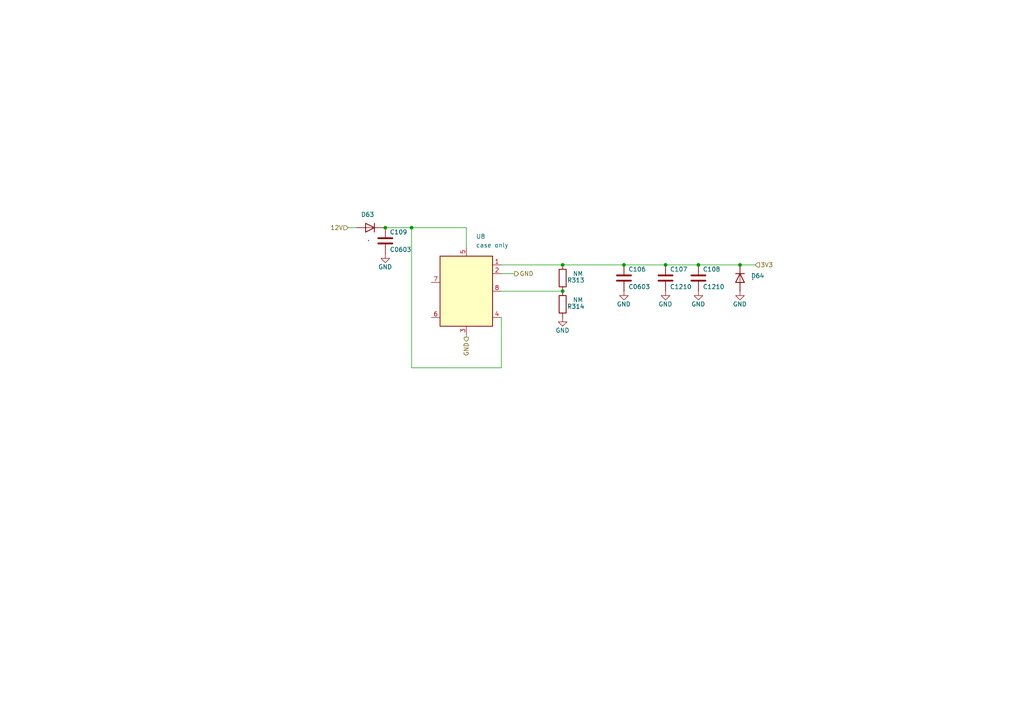
<source format=kicad_sch>
(kicad_sch (version 20211123) (generator eeschema)
  (paper "A4")
  (lib_symbols
    (symbol "Device:C" (pin_numbers hide) (pin_names (offset 0.254))
      (property "Reference" "C" (at 0.635 2.54 0))
      (property "Value" "C" (at 0.635 -2.54 0))
      (symbol "C_0_1"
        (polyline (pts (xy -2.032 -0.762) (xy 2.032 -0.762)) (stroke (width 0.508)))
        (polyline (pts (xy -2.032 0.762) (xy 2.032 0.762)) (stroke (width 0.508)))
      )
      (symbol "C_1_1"
        (pin passive line (at 0 3.81 270) (length 2.794) (name "~") (number "1"))
        (pin passive line (at 0 -3.81 90) (length 2.794) (name "~") (number "2"))
      )
    )
    (symbol "Device:R" (pin_numbers hide) (pin_names (offset 0))
      (property "Reference" "R" (at 2.032 0 90))
      (property "Value" "R" (at 0 0 90))
      (symbol "R_0_1"
        (rectangle (start -1.016 -2.54) (end 1.016 2.54) (stroke (width 0.254)))
      )
      (symbol "R_1_1"
        (pin passive line (at 0 3.81 270) (length 1.27) (name "~") (number "1"))
        (pin passive line (at 0 -3.81 90) (length 1.27) (name "~") (number "2"))
      )
    )
    (symbol "Diode:1N4148W" (pin_numbers hide) (pin_names hide)
      (property "Reference" "D" (at 0 2.54 0))
      (property "Value" "1N4148W" (at 0 -2.54 0))
      (symbol "1N4148W_0_1"
        (polyline (pts (xy -1.27 1.27) (xy -1.27 -1.27)) (stroke (width 0.254)))
        (polyline (pts (xy 1.27 0) (xy -1.27 0)))
        (polyline (pts (xy 1.27 1.27) (xy 1.27 -1.27) (xy -1.27 0) (xy 1.27 1.27)) (stroke (width 0.254)))
      )
      (symbol "1N4148W_1_1"
        (pin passive line (at -3.81 0 0) (length 2.54) (name "K") (number "1"))
        (pin passive line (at 3.81 0 180) (length 2.54) (name "A") (number "2"))
      )
    )
    (symbol "Regulator_Controller:L6727" (pin_names hide)
      (property "Reference" "U" (at -7.62 11.43 0))
      (property "Value" "L6727" (at 1.27 11.43 0))
      (symbol "L6727_0_0"
        (rectangle (start -7.62 10.16) (end 7.62 -10.16) (stroke (width 0.254)) (fill (type background)))
      )
      (symbol "L6727_1_1"
        (pin input line (at 10.16 7.62 180) (length 2.54) (name "BOOT") (number "1"))
        (pin output line (at 10.16 5.08 180) (length 2.54) (name "UGATE") (number "2"))
        (pin power_in line (at 0 -12.7 90) (length 2.54) (name "GND") (number "3"))
        (pin output line (at 10.16 -7.62 180) (length 2.54) (name "LGATE") (number "4"))
        (pin power_in line (at 0 12.7 270) (length 2.54) (name "VCC") (number "5"))
        (pin input line (at -10.16 -7.62 0) (length 2.54) (name "FB") (number "6"))
        (pin input line (at -10.16 2.54 0) (length 2.54) (name "COMP/DIS/OC") (number "7"))
        (pin passive line (at 10.16 0 180) (length 2.54) (name "PHASE") (number "8"))
      )
    )
    (symbol "power:GND" (power) (pin_names (offset 0))
      (property "Value" "GND" (at 0 -3.81 0))
      (symbol "GND_0_1"
        (polyline (pts (xy 0 0) (xy 0 -1.27) (xy 1.27 -1.27) (xy 0 -2.54) (xy -1.27 -1.27) (xy 0 -1.27)))
      )
      (symbol "GND_1_1"
        (pin power_in line (at 0 0 270) (length 0) hide (name "GND") (number "1"))
      )
    )
  )
  (junction (at 193.04 76.835))
  (junction (at 180.975 76.835))
  (junction (at 163.195 76.835))
  (junction (at 111.76 66.04))
  (junction (at 163.195 84.455))
  (junction (at 119.38 66.04))
  (junction (at 214.63 76.835))
  (junction (at 202.565 76.835))
  (wire (pts (xy 145.415 84.455) (xy 163.195 84.455)))
  (wire (pts (xy 145.415 92.075) (xy 145.415 106.68)))
  (wire (pts (xy 119.38 66.04) (xy 135.255 66.04)))
  (wire (pts (xy 163.195 76.835) (xy 145.415 76.835)))
  (wire (pts (xy 219.075 76.835) (xy 214.63 76.835)))
  (wire (pts (xy 119.38 106.68) (xy 119.38 66.04)))
  (wire (pts (xy 202.565 76.835) (xy 193.04 76.835)))
  (wire (pts (xy 145.415 106.68) (xy 119.38 106.68)))
  (wire (pts (xy 135.255 97.79) (xy 135.255 97.155)))
  (wire (pts (xy 180.975 76.835) (xy 163.195 76.835)))
  (wire (pts (xy 214.63 76.835) (xy 202.565 76.835)))
  (wire (pts (xy 193.04 76.835) (xy 180.975 76.835)))
  (wire (pts (xy 100.965 66.04) (xy 103.505 66.04)))
  (wire (pts (xy 135.255 66.04) (xy 135.255 71.755)))
  (wire (pts (xy 111.76 66.04) (xy 119.38 66.04)))
  (wire (pts (xy 111.125 66.04) (xy 111.76 66.04)))
  (wire (pts (xy 149.225 79.375) (xy 145.415 79.375)))
  (hierarchical_label "GND" (shape output) (at 135.255 97.79 270))
  (hierarchical_label "3V3" (shape input) (at 219.075 76.835 0))
  (hierarchical_label "12V" (shape input) (at 100.965 66.04 180))
  (hierarchical_label "GND" (shape output) (at 149.225 79.375 0))
  (symbol (lib_id "Diode:1N4148W") (at 107.315 66.04 180) (unit 1)
    (property "Reference" "D63" (at 108.585 62.23 0) (effects (justify left)))
    (property "Value" "." (at 107.315 69.215 0) (effects (justify left)))
    (property "Footprint" "Diode_SMD:D_SOD-123" (effects hide))
    (property "Datasheet" "https://www.vishay.com/docs/85748/1n4148w.pdf" (effects hide))
  )
  (symbol (lib_id "power:GND") (at 193.04 84.455 0) (mirror y) (unit 1)
    (property "Reference" "#PWR0415" (effects hide))
    (property "Value" "GND" (at 195.033 88.2191 0) (effects (justify left)))
  )
  (symbol (lib_id "Device:C") (at 193.04 80.645 0) (unit 1)
    (property "Reference" "C107" (at 194.31 78.105 0) (effects (justify left)))
    (property "Value" "C1210" (at 194.31 83.185 0) (effects (justify left)))
    (property "Footprint" "Capacitor_SMD:C_1210_3225Metric" (effects hide))
    (property "PageName" "stm32f407_board" (effects hide))
  )
  (symbol (lib_id "Device:C") (at 180.975 80.645 0) (unit 1)
    (property "Reference" "C106" (at 182.245 78.105 0) (effects (justify left)))
    (property "Value" "C0603" (at 182.245 83.185 0) (effects (justify left)))
    (property "Footprint" "Capacitor_SMD:C_0603_1608Metric" (effects hide))
    (property "PageName" "stm32f407_board" (effects hide))
    (property "Part #" "C0603" (effects hide))
  )
  (symbol (lib_id "Diode:1N4148W") (at 214.63 80.645 270) (unit 1)
    (property "Reference" "D64" (at 217.805 80.01 90) (effects (justify left)))
    (property "Value" "." (at 217.805 80.645 0) (effects (justify left)))
    (property "Footprint" "Diode_SMD:D_SOD-123" (effects hide))
    (property "Datasheet" "https://www.vishay.com/docs/85748/1n4148w.pdf" (effects hide))
  )
  (symbol (lib_id "Device:C") (at 111.76 69.85 0) (unit 1)
    (property "Reference" "C109" (at 113.03 67.31 0) (effects (justify left)))
    (property "Value" "C0603" (at 113.03 72.39 0) (effects (justify left)))
    (property "Footprint" "Capacitor_SMD:C_0603_1608Metric" (effects hide))
    (property "PageName" "stm32f407_board" (effects hide))
    (property "Part #" "C0603" (effects hide))
  )
  (symbol (lib_id "Device:R") (at 163.195 80.645 0) (mirror y) (unit 1)
    (property "Reference" "R313" (at 167.005 81.28 0))
    (property "Value" "NM" (at 167.64 79.375 0))
    (property "Footprint" "Resistor_SMD:R_0603_1608Metric" (effects hide))
  )
  (symbol (lib_id "power:GND") (at 180.975 84.455 0) (mirror y) (unit 1)
    (property "Reference" "#PWR0418" (effects hide))
    (property "Value" "GND" (at 182.968 88.2191 0) (effects (justify left)))
  )
  (symbol (lib_id "power:GND") (at 202.565 84.455 0) (mirror y) (unit 1)
    (property "Reference" "#PWR0414" (effects hide))
    (property "Value" "GND" (at 204.558 88.2191 0) (effects (justify left)))
  )
  (symbol (lib_id "power:GND") (at 163.195 92.075 0) (mirror y) (unit 1)
    (property "Reference" "#PWR0416" (effects hide))
    (property "Value" "GND" (at 165.188 95.8391 0) (effects (justify left)))
  )
  (symbol (lib_id "Device:R") (at 163.195 88.265 0) (mirror y) (unit 1)
    (property "Reference" "R314" (at 167.005 88.9 0))
    (property "Value" "NM" (at 167.64 86.995 0))
    (property "Footprint" "Resistor_SMD:R_0603_1608Metric" (effects hide))
  )
  (symbol (lib_id "power:GND") (at 214.63 84.455 0) (mirror y) (unit 1)
    (property "Reference" "#PWR0417" (effects hide))
    (property "Value" "GND" (at 216.623 88.2191 0) (effects (justify left)))
  )
  (symbol (lib_id "Device:C") (at 202.565 80.645 0) (unit 1)
    (property "Reference" "C108" (at 203.835 78.105 0) (effects (justify left)))
    (property "Value" "C1210" (at 203.835 83.185 0) (effects (justify left)))
    (property "Footprint" "Capacitor_SMD:C_1210_3225Metric" (effects hide))
    (property "PageName" "stm32f407_board" (effects hide))
  )
  (symbol (lib_id "Regulator_Controller:L6727") (at 135.255 84.455 0) (unit 1)
    (property "Reference" "U8" (at 138.0237 68.58 0) (effects (justify left)))
    (property "Value" "case only" (at 138.0237 71.12 0) (effects (justify left)))
    (property "Footprint" "Package_SO:SOIC-8_3.9x4.9mm_P1.27mm" (effects hide))
    (property "Datasheet" "http://www.st.com/resource/en/datasheet/l6727.pdf" (effects hide))
  )
  (symbol (lib_id "power:GND") (at 111.76 73.66 0) (mirror y) (unit 1)
    (property "Reference" "#PWR0419" (effects hide))
    (property "Value" "GND" (at 113.753 77.4241 0) (effects (justify left)))
  )
)
</source>
